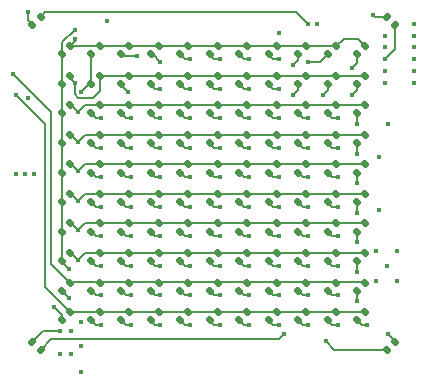
<source format=gbr>
%TF.GenerationSoftware,KiCad,Pcbnew,7.0.8*%
%TF.CreationDate,2023-11-09T10:40:38+10:00*%
%TF.ProjectId,LEDBoard,4c454442-6f61-4726-942e-6b696361645f,rev?*%
%TF.SameCoordinates,Original*%
%TF.FileFunction,Copper,L1,Top*%
%TF.FilePolarity,Positive*%
%FSLAX46Y46*%
G04 Gerber Fmt 4.6, Leading zero omitted, Abs format (unit mm)*
G04 Created by KiCad (PCBNEW 7.0.8) date 2023-11-09 10:40:38*
%MOMM*%
%LPD*%
G01*
G04 APERTURE LIST*
G04 Aperture macros list*
%AMRoundRect*
0 Rectangle with rounded corners*
0 $1 Rounding radius*
0 $2 $3 $4 $5 $6 $7 $8 $9 X,Y pos of 4 corners*
0 Add a 4 corners polygon primitive as box body*
4,1,4,$2,$3,$4,$5,$6,$7,$8,$9,$2,$3,0*
0 Add four circle primitives for the rounded corners*
1,1,$1+$1,$2,$3*
1,1,$1+$1,$4,$5*
1,1,$1+$1,$6,$7*
1,1,$1+$1,$8,$9*
0 Add four rect primitives between the rounded corners*
20,1,$1+$1,$2,$3,$4,$5,0*
20,1,$1+$1,$4,$5,$6,$7,0*
20,1,$1+$1,$6,$7,$8,$9,0*
20,1,$1+$1,$8,$9,$2,$3,0*%
G04 Aperture macros list end*
%TA.AperFunction,SMDPad,CuDef*%
%ADD10RoundRect,0.147500X0.017678X-0.226274X0.226274X-0.017678X-0.017678X0.226274X-0.226274X0.017678X0*%
%TD*%
%TA.AperFunction,SMDPad,CuDef*%
%ADD11RoundRect,0.147500X0.226274X0.017678X0.017678X0.226274X-0.226274X-0.017678X-0.017678X-0.226274X0*%
%TD*%
%TA.AperFunction,SMDPad,CuDef*%
%ADD12RoundRect,0.147500X-0.226274X-0.017678X-0.017678X-0.226274X0.226274X0.017678X0.017678X0.226274X0*%
%TD*%
%TA.AperFunction,SMDPad,CuDef*%
%ADD13RoundRect,0.147500X-0.017678X0.226274X-0.226274X0.017678X0.017678X-0.226274X0.226274X-0.017678X0*%
%TD*%
%TA.AperFunction,ViaPad*%
%ADD14C,0.450000*%
%TD*%
%TA.AperFunction,Conductor*%
%ADD15C,0.200000*%
%TD*%
G04 APERTURE END LIST*
D10*
%TO.P,D47,1,K*%
%TO.N,/LED Array/COL9*%
X27157053Y-14092947D03*
%TO.P,D47,2,A*%
%TO.N,/LED Array/ROW3*%
X27842947Y-13407053D03*
%TD*%
%TO.P,D108,1,K*%
%TO.N,/LED Array/COL4*%
X14657053Y-29092947D03*
%TO.P,D108,2,A*%
%TO.N,/LED Array/ROW9*%
X15342947Y-28407053D03*
%TD*%
%TO.P,D20,1,K*%
%TO.N,/LED Array/COL4*%
X14657053Y-9092947D03*
%TO.P,D20,2,A*%
%TO.N,/LED Array/ROW1*%
X15342947Y-8407053D03*
%TD*%
%TO.P,D62,1,K*%
%TO.N,/LED Array/COL2*%
X9657053Y-19092947D03*
%TO.P,D62,2,A*%
%TO.N,/LED Array/ROW5*%
X10342947Y-18407053D03*
%TD*%
%TO.P,D10,1,K*%
%TO.N,/LED Array/COL5*%
X17157053Y-6592947D03*
%TO.P,D10,2,A*%
%TO.N,/LED Array/ROW0*%
X17842947Y-5907053D03*
%TD*%
%TO.P,D73,1,K*%
%TO.N,/LED Array/COL2*%
X9657053Y-21592947D03*
%TO.P,D73,2,A*%
%TO.N,/LED Array/ROW6*%
X10342947Y-20907053D03*
%TD*%
%TO.P,D23,1,K*%
%TO.N,/LED Array/COL7*%
X22157053Y-9092947D03*
%TO.P,D23,2,A*%
%TO.N,/LED Array/ROW1*%
X22842947Y-8407053D03*
%TD*%
%TO.P,D12,1,K*%
%TO.N,/LED Array/COL7*%
X22157053Y-6592947D03*
%TO.P,D12,2,A*%
%TO.N,/LED Array/ROW0*%
X22842947Y-5907053D03*
%TD*%
%TO.P,D111,1,K*%
%TO.N,/LED Array/COL7*%
X22157053Y-29092947D03*
%TO.P,D111,2,A*%
%TO.N,/LED Array/ROW9*%
X22842947Y-28407053D03*
%TD*%
%TO.P,D56,1,K*%
%TO.N,/LED Array/COL7*%
X22157053Y-16592947D03*
%TO.P,D56,2,A*%
%TO.N,/LED Array/ROW4*%
X22842947Y-15907053D03*
%TD*%
%TO.P,D112,1,K*%
%TO.N,/LED Array/COL8*%
X24657053Y-29092947D03*
%TO.P,D112,2,A*%
%TO.N,/LED Array/ROW9*%
X25342947Y-28407053D03*
%TD*%
%TO.P,D88,1,K*%
%TO.N,/LED Array/COL6*%
X19657053Y-24092947D03*
%TO.P,D88,2,A*%
%TO.N,/LED Array/ROW7*%
X20342947Y-23407053D03*
%TD*%
%TO.P,D100,1,K*%
%TO.N,/LED Array/COL7*%
X22157053Y-26592947D03*
%TO.P,D100,2,A*%
%TO.N,/LED Array/ROW8*%
X22842947Y-25907053D03*
%TD*%
%TO.P,D1,1,K*%
%TO.N,-BATT*%
X2157053Y-4092947D03*
%TO.P,D1,2,A*%
%TO.N,/LED0*%
X2842947Y-3407053D03*
%TD*%
%TO.P,D55,1,K*%
%TO.N,/LED Array/COL6*%
X19657053Y-16592947D03*
%TO.P,D55,2,A*%
%TO.N,/LED Array/ROW4*%
X20342947Y-15907053D03*
%TD*%
%TO.P,D114,1,K*%
%TO.N,/LED Array/COL10*%
X29657053Y-29092947D03*
%TO.P,D114,2,A*%
%TO.N,/LED Array/ROW9*%
X30342947Y-28407053D03*
%TD*%
%TO.P,D80,1,K*%
%TO.N,/LED Array/COL9*%
X27157053Y-21592947D03*
%TO.P,D80,2,A*%
%TO.N,/LED Array/ROW6*%
X27842947Y-20907053D03*
%TD*%
%TO.P,D66,1,K*%
%TO.N,/LED Array/COL6*%
X19657053Y-19092947D03*
%TO.P,D66,2,A*%
%TO.N,/LED Array/ROW5*%
X20342947Y-18407053D03*
%TD*%
%TO.P,D69,1,K*%
%TO.N,/LED Array/COL9*%
X27157053Y-19092947D03*
%TO.P,D69,2,A*%
%TO.N,/LED Array/ROW5*%
X27842947Y-18407053D03*
%TD*%
%TO.P,D39,1,K*%
%TO.N,/LED Array/COL1*%
X7157053Y-14092947D03*
%TO.P,D39,2,A*%
%TO.N,/LED Array/ROW3*%
X7842947Y-13407053D03*
%TD*%
%TO.P,D72,1,K*%
%TO.N,/LED Array/COL1*%
X7157053Y-21592947D03*
%TO.P,D72,2,A*%
%TO.N,/LED Array/ROW6*%
X7842947Y-20907053D03*
%TD*%
%TO.P,D57,1,K*%
%TO.N,/LED Array/COL8*%
X24657053Y-16592947D03*
%TO.P,D57,2,A*%
%TO.N,/LED Array/ROW4*%
X25342947Y-15907053D03*
%TD*%
%TO.P,D60,1,K*%
%TO.N,/LED Array/COL0*%
X4657053Y-19092947D03*
%TO.P,D60,2,A*%
%TO.N,/LED Array/ROW5*%
X5342947Y-18407053D03*
%TD*%
%TO.P,D17,1,K*%
%TO.N,/LED Array/COL1*%
X7157053Y-9092947D03*
%TO.P,D17,2,A*%
%TO.N,/LED Array/ROW1*%
X7842947Y-8407053D03*
%TD*%
%TO.P,D75,1,K*%
%TO.N,/LED Array/COL4*%
X14657053Y-21592947D03*
%TO.P,D75,2,A*%
%TO.N,/LED Array/ROW6*%
X15342947Y-20907053D03*
%TD*%
%TO.P,D33,1,K*%
%TO.N,/LED Array/COL6*%
X19657053Y-11592947D03*
%TO.P,D33,2,A*%
%TO.N,/LED Array/ROW2*%
X20342947Y-10907053D03*
%TD*%
%TO.P,D35,1,K*%
%TO.N,/LED Array/COL8*%
X24657053Y-11592947D03*
%TO.P,D35,2,A*%
%TO.N,/LED Array/ROW2*%
X25342947Y-10907053D03*
%TD*%
%TO.P,D52,1,K*%
%TO.N,/LED Array/COL3*%
X12157053Y-16592947D03*
%TO.P,D52,2,A*%
%TO.N,/LED Array/ROW4*%
X12842947Y-15907053D03*
%TD*%
%TO.P,D54,1,K*%
%TO.N,/LED Array/COL5*%
X17157053Y-16592947D03*
%TO.P,D54,2,A*%
%TO.N,/LED Array/ROW4*%
X17842947Y-15907053D03*
%TD*%
%TO.P,D13,1,K*%
%TO.N,/LED Array/COL8*%
X24657053Y-6592947D03*
%TO.P,D13,2,A*%
%TO.N,/LED Array/ROW0*%
X25342947Y-5907053D03*
%TD*%
%TO.P,D15,1,K*%
%TO.N,/LED Array/COL10*%
X29657053Y-6592947D03*
%TO.P,D15,2,A*%
%TO.N,/LED Array/ROW0*%
X30342947Y-5907053D03*
%TD*%
%TO.P,D96,1,K*%
%TO.N,/LED Array/COL3*%
X12157053Y-26592947D03*
%TO.P,D96,2,A*%
%TO.N,/LED Array/ROW8*%
X12842947Y-25907053D03*
%TD*%
%TO.P,D109,1,K*%
%TO.N,/LED Array/COL5*%
X17157053Y-29092947D03*
%TO.P,D109,2,A*%
%TO.N,/LED Array/ROW9*%
X17842947Y-28407053D03*
%TD*%
%TO.P,D65,1,K*%
%TO.N,/LED Array/COL5*%
X17157053Y-19092947D03*
%TO.P,D65,2,A*%
%TO.N,/LED Array/ROW5*%
X17842947Y-18407053D03*
%TD*%
%TO.P,D18,1,K*%
%TO.N,/LED Array/COL2*%
X9657053Y-9092947D03*
%TO.P,D18,2,A*%
%TO.N,/LED Array/ROW1*%
X10342947Y-8407053D03*
%TD*%
%TO.P,D40,1,K*%
%TO.N,/LED Array/COL2*%
X9657053Y-14092947D03*
%TO.P,D40,2,A*%
%TO.N,/LED Array/ROW3*%
X10342947Y-13407053D03*
%TD*%
%TO.P,D101,1,K*%
%TO.N,/LED Array/COL8*%
X24657053Y-26592947D03*
%TO.P,D101,2,A*%
%TO.N,/LED Array/ROW8*%
X25342947Y-25907053D03*
%TD*%
%TO.P,D84,1,K*%
%TO.N,/LED Array/COL2*%
X9657053Y-24092947D03*
%TO.P,D84,2,A*%
%TO.N,/LED Array/ROW7*%
X10342947Y-23407053D03*
%TD*%
%TO.P,D7,1,K*%
%TO.N,/LED Array/COL2*%
X9657053Y-6592947D03*
%TO.P,D7,2,A*%
%TO.N,/LED Array/ROW0*%
X10342947Y-5907053D03*
%TD*%
%TO.P,D29,1,K*%
%TO.N,/LED Array/COL2*%
X9657053Y-11592947D03*
%TO.P,D29,2,A*%
%TO.N,/LED Array/ROW2*%
X10342947Y-10907053D03*
%TD*%
%TO.P,D27,1,K*%
%TO.N,/LED Array/COL0*%
X4657053Y-11592947D03*
%TO.P,D27,2,A*%
%TO.N,/LED Array/ROW2*%
X5342947Y-10907053D03*
%TD*%
%TO.P,D113,1,K*%
%TO.N,/LED Array/COL9*%
X27157053Y-29092947D03*
%TO.P,D113,2,A*%
%TO.N,/LED Array/ROW9*%
X27842947Y-28407053D03*
%TD*%
D11*
%TO.P,D2,1,K*%
%TO.N,-BATT*%
X32842947Y-4092947D03*
%TO.P,D2,2,A*%
%TO.N,/LED1*%
X32157053Y-3407053D03*
%TD*%
D10*
%TO.P,D95,1,K*%
%TO.N,/LED Array/COL2*%
X9657053Y-26592947D03*
%TO.P,D95,2,A*%
%TO.N,/LED Array/ROW8*%
X10342947Y-25907053D03*
%TD*%
%TO.P,D103,1,K*%
%TO.N,/LED Array/COL10*%
X29657053Y-26592947D03*
%TO.P,D103,2,A*%
%TO.N,/LED Array/ROW8*%
X30342947Y-25907053D03*
%TD*%
%TO.P,D78,1,K*%
%TO.N,/LED Array/COL7*%
X22157053Y-21592947D03*
%TO.P,D78,2,A*%
%TO.N,/LED Array/ROW6*%
X22842947Y-20907053D03*
%TD*%
%TO.P,D36,1,K*%
%TO.N,/LED Array/COL9*%
X27157053Y-11592947D03*
%TO.P,D36,2,A*%
%TO.N,/LED Array/ROW2*%
X27842947Y-10907053D03*
%TD*%
%TO.P,D31,1,K*%
%TO.N,/LED Array/COL4*%
X14657053Y-11592947D03*
%TO.P,D31,2,A*%
%TO.N,/LED Array/ROW2*%
X15342947Y-10907053D03*
%TD*%
%TO.P,D24,1,K*%
%TO.N,/LED Array/COL8*%
X24657053Y-9092947D03*
%TO.P,D24,2,A*%
%TO.N,/LED Array/ROW1*%
X25342947Y-8407053D03*
%TD*%
%TO.P,D25,1,K*%
%TO.N,/LED Array/COL9*%
X27157053Y-9092947D03*
%TO.P,D25,2,A*%
%TO.N,/LED Array/ROW1*%
X27842947Y-8407053D03*
%TD*%
%TO.P,D99,1,K*%
%TO.N,/LED Array/COL6*%
X19657053Y-26592947D03*
%TO.P,D99,2,A*%
%TO.N,/LED Array/ROW8*%
X20342947Y-25907053D03*
%TD*%
%TO.P,D49,1,K*%
%TO.N,/LED Array/COL0*%
X4657053Y-16592947D03*
%TO.P,D49,2,A*%
%TO.N,/LED Array/ROW4*%
X5342947Y-15907053D03*
%TD*%
D12*
%TO.P,D3,1,K*%
%TO.N,-BATT*%
X2157053Y-30907053D03*
%TO.P,D3,2,A*%
%TO.N,/LED2*%
X2842947Y-31592947D03*
%TD*%
D10*
%TO.P,D105,1,K*%
%TO.N,/LED Array/COL1*%
X7157053Y-29092947D03*
%TO.P,D105,2,A*%
%TO.N,/LED Array/ROW9*%
X7842947Y-28407053D03*
%TD*%
%TO.P,D93,1,K*%
%TO.N,/LED Array/COL0*%
X4657053Y-26592947D03*
%TO.P,D93,2,A*%
%TO.N,/LED Array/ROW8*%
X5342947Y-25907053D03*
%TD*%
%TO.P,D46,1,K*%
%TO.N,/LED Array/COL8*%
X24657053Y-14092947D03*
%TO.P,D46,2,A*%
%TO.N,/LED Array/ROW3*%
X25342947Y-13407053D03*
%TD*%
%TO.P,D51,1,K*%
%TO.N,/LED Array/COL2*%
X9657053Y-16592947D03*
%TO.P,D51,2,A*%
%TO.N,/LED Array/ROW4*%
X10342947Y-15907053D03*
%TD*%
%TO.P,D79,1,K*%
%TO.N,/LED Array/COL8*%
X24657053Y-21592947D03*
%TO.P,D79,2,A*%
%TO.N,/LED Array/ROW6*%
X25342947Y-20907053D03*
%TD*%
%TO.P,D53,1,K*%
%TO.N,/LED Array/COL4*%
X14657053Y-16592947D03*
%TO.P,D53,2,A*%
%TO.N,/LED Array/ROW4*%
X15342947Y-15907053D03*
%TD*%
%TO.P,D6,1,K*%
%TO.N,/LED Array/COL1*%
X7157053Y-6592947D03*
%TO.P,D6,2,A*%
%TO.N,/LED Array/ROW0*%
X7842947Y-5907053D03*
%TD*%
%TO.P,D106,1,K*%
%TO.N,/LED Array/COL2*%
X9657053Y-29092947D03*
%TO.P,D106,2,A*%
%TO.N,/LED Array/ROW9*%
X10342947Y-28407053D03*
%TD*%
%TO.P,D82,1,K*%
%TO.N,/LED Array/COL0*%
X4657053Y-24092947D03*
%TO.P,D82,2,A*%
%TO.N,/LED Array/ROW7*%
X5342947Y-23407053D03*
%TD*%
%TO.P,D16,1,K*%
%TO.N,/LED Array/COL0*%
X4657053Y-9092947D03*
%TO.P,D16,2,A*%
%TO.N,/LED Array/ROW1*%
X5342947Y-8407053D03*
%TD*%
%TO.P,D68,1,K*%
%TO.N,/LED Array/COL8*%
X24657053Y-19092947D03*
%TO.P,D68,2,A*%
%TO.N,/LED Array/ROW5*%
X25342947Y-18407053D03*
%TD*%
%TO.P,D107,1,K*%
%TO.N,/LED Array/COL3*%
X12157053Y-29092947D03*
%TO.P,D107,2,A*%
%TO.N,/LED Array/ROW9*%
X12842947Y-28407053D03*
%TD*%
%TO.P,D34,1,K*%
%TO.N,/LED Array/COL7*%
X22157053Y-11592947D03*
%TO.P,D34,2,A*%
%TO.N,/LED Array/ROW2*%
X22842947Y-10907053D03*
%TD*%
%TO.P,D85,1,K*%
%TO.N,/LED Array/COL3*%
X12157053Y-24092947D03*
%TO.P,D85,2,A*%
%TO.N,/LED Array/ROW7*%
X12842947Y-23407053D03*
%TD*%
%TO.P,D8,1,K*%
%TO.N,/LED Array/COL3*%
X12157053Y-6592947D03*
%TO.P,D8,2,A*%
%TO.N,/LED Array/ROW0*%
X12842947Y-5907053D03*
%TD*%
%TO.P,D70,1,K*%
%TO.N,/LED Array/COL10*%
X29657053Y-19092947D03*
%TO.P,D70,2,A*%
%TO.N,/LED Array/ROW5*%
X30342947Y-18407053D03*
%TD*%
%TO.P,D21,1,K*%
%TO.N,/LED Array/COL5*%
X17157053Y-9092947D03*
%TO.P,D21,2,A*%
%TO.N,/LED Array/ROW1*%
X17842947Y-8407053D03*
%TD*%
%TO.P,D44,1,K*%
%TO.N,/LED Array/COL6*%
X19657053Y-14092947D03*
%TO.P,D44,2,A*%
%TO.N,/LED Array/ROW3*%
X20342947Y-13407053D03*
%TD*%
%TO.P,D92,1,K*%
%TO.N,/LED Array/COL10*%
X29657053Y-24092947D03*
%TO.P,D92,2,A*%
%TO.N,/LED Array/ROW7*%
X30342947Y-23407053D03*
%TD*%
%TO.P,D41,1,K*%
%TO.N,/LED Array/COL3*%
X12157053Y-14092947D03*
%TO.P,D41,2,A*%
%TO.N,/LED Array/ROW3*%
X12842947Y-13407053D03*
%TD*%
%TO.P,D91,1,K*%
%TO.N,/LED Array/COL9*%
X27157053Y-24092947D03*
%TO.P,D91,2,A*%
%TO.N,/LED Array/ROW7*%
X27842947Y-23407053D03*
%TD*%
%TO.P,D45,1,K*%
%TO.N,/LED Array/COL7*%
X22157053Y-14092947D03*
%TO.P,D45,2,A*%
%TO.N,/LED Array/ROW3*%
X22842947Y-13407053D03*
%TD*%
%TO.P,D11,1,K*%
%TO.N,/LED Array/COL6*%
X19657053Y-6592947D03*
%TO.P,D11,2,A*%
%TO.N,/LED Array/ROW0*%
X20342947Y-5907053D03*
%TD*%
%TO.P,D77,1,K*%
%TO.N,/LED Array/COL6*%
X19657053Y-21592947D03*
%TO.P,D77,2,A*%
%TO.N,/LED Array/ROW6*%
X20342947Y-20907053D03*
%TD*%
%TO.P,D83,1,K*%
%TO.N,/LED Array/COL1*%
X7157053Y-24092947D03*
%TO.P,D83,2,A*%
%TO.N,/LED Array/ROW7*%
X7842947Y-23407053D03*
%TD*%
%TO.P,D87,1,K*%
%TO.N,/LED Array/COL5*%
X17157053Y-24092947D03*
%TO.P,D87,2,A*%
%TO.N,/LED Array/ROW7*%
X17842947Y-23407053D03*
%TD*%
%TO.P,D89,1,K*%
%TO.N,/LED Array/COL7*%
X22157053Y-24092947D03*
%TO.P,D89,2,A*%
%TO.N,/LED Array/ROW7*%
X22842947Y-23407053D03*
%TD*%
D13*
%TO.P,D4,1,K*%
%TO.N,-BATT*%
X32842947Y-30907053D03*
%TO.P,D4,2,A*%
%TO.N,/LED3*%
X32157053Y-31592947D03*
%TD*%
D10*
%TO.P,D9,1,K*%
%TO.N,/LED Array/COL4*%
X14657053Y-6592947D03*
%TO.P,D9,2,A*%
%TO.N,/LED Array/ROW0*%
X15342947Y-5907053D03*
%TD*%
%TO.P,D76,1,K*%
%TO.N,/LED Array/COL5*%
X17157053Y-21592947D03*
%TO.P,D76,2,A*%
%TO.N,/LED Array/ROW6*%
X17842947Y-20907053D03*
%TD*%
%TO.P,D50,1,K*%
%TO.N,/LED Array/COL1*%
X7157053Y-16592947D03*
%TO.P,D50,2,A*%
%TO.N,/LED Array/ROW4*%
X7842947Y-15907053D03*
%TD*%
%TO.P,D48,1,K*%
%TO.N,/LED Array/COL10*%
X29657053Y-14092947D03*
%TO.P,D48,2,A*%
%TO.N,/LED Array/ROW3*%
X30342947Y-13407053D03*
%TD*%
%TO.P,D74,1,K*%
%TO.N,/LED Array/COL3*%
X12157053Y-21592947D03*
%TO.P,D74,2,A*%
%TO.N,/LED Array/ROW6*%
X12842947Y-20907053D03*
%TD*%
%TO.P,D30,1,K*%
%TO.N,/LED Array/COL3*%
X12157053Y-11592947D03*
%TO.P,D30,2,A*%
%TO.N,/LED Array/ROW2*%
X12842947Y-10907053D03*
%TD*%
%TO.P,D14,1,K*%
%TO.N,/LED Array/COL9*%
X27157053Y-6592947D03*
%TO.P,D14,2,A*%
%TO.N,/LED Array/ROW0*%
X27842947Y-5907053D03*
%TD*%
%TO.P,D59,1,K*%
%TO.N,/LED Array/COL10*%
X29657053Y-16592947D03*
%TO.P,D59,2,A*%
%TO.N,/LED Array/ROW4*%
X30342947Y-15907053D03*
%TD*%
%TO.P,D19,1,K*%
%TO.N,/LED Array/COL3*%
X12157053Y-9092947D03*
%TO.P,D19,2,A*%
%TO.N,/LED Array/ROW1*%
X12842947Y-8407053D03*
%TD*%
%TO.P,D90,1,K*%
%TO.N,/LED Array/COL8*%
X24657053Y-24092947D03*
%TO.P,D90,2,A*%
%TO.N,/LED Array/ROW7*%
X25342947Y-23407053D03*
%TD*%
%TO.P,D43,1,K*%
%TO.N,/LED Array/COL5*%
X17157053Y-14092947D03*
%TO.P,D43,2,A*%
%TO.N,/LED Array/ROW3*%
X17842947Y-13407053D03*
%TD*%
%TO.P,D104,1,K*%
%TO.N,/LED Array/COL0*%
X4657053Y-29092947D03*
%TO.P,D104,2,A*%
%TO.N,/LED Array/ROW9*%
X5342947Y-28407053D03*
%TD*%
%TO.P,D61,1,K*%
%TO.N,/LED Array/COL1*%
X7157053Y-19092947D03*
%TO.P,D61,2,A*%
%TO.N,/LED Array/ROW5*%
X7842947Y-18407053D03*
%TD*%
%TO.P,D71,1,K*%
%TO.N,/LED Array/COL0*%
X4657053Y-21592947D03*
%TO.P,D71,2,A*%
%TO.N,/LED Array/ROW6*%
X5342947Y-20907053D03*
%TD*%
%TO.P,D32,1,K*%
%TO.N,/LED Array/COL5*%
X17157053Y-11592947D03*
%TO.P,D32,2,A*%
%TO.N,/LED Array/ROW2*%
X17842947Y-10907053D03*
%TD*%
%TO.P,D28,1,K*%
%TO.N,/LED Array/COL1*%
X7157053Y-11592947D03*
%TO.P,D28,2,A*%
%TO.N,/LED Array/ROW2*%
X7842947Y-10907053D03*
%TD*%
%TO.P,D63,1,K*%
%TO.N,/LED Array/COL3*%
X12157053Y-19092947D03*
%TO.P,D63,2,A*%
%TO.N,/LED Array/ROW5*%
X12842947Y-18407053D03*
%TD*%
%TO.P,D26,1,K*%
%TO.N,/LED Array/COL10*%
X29657053Y-9092947D03*
%TO.P,D26,2,A*%
%TO.N,/LED Array/ROW1*%
X30342947Y-8407053D03*
%TD*%
%TO.P,D22,1,K*%
%TO.N,/LED Array/COL6*%
X19657053Y-9092947D03*
%TO.P,D22,2,A*%
%TO.N,/LED Array/ROW1*%
X20342947Y-8407053D03*
%TD*%
%TO.P,D37,1,K*%
%TO.N,/LED Array/COL10*%
X29657053Y-11592947D03*
%TO.P,D37,2,A*%
%TO.N,/LED Array/ROW2*%
X30342947Y-10907053D03*
%TD*%
%TO.P,D97,1,K*%
%TO.N,/LED Array/COL4*%
X14657053Y-26592947D03*
%TO.P,D97,2,A*%
%TO.N,/LED Array/ROW8*%
X15342947Y-25907053D03*
%TD*%
%TO.P,D38,1,K*%
%TO.N,/LED Array/COL0*%
X4657053Y-14092947D03*
%TO.P,D38,2,A*%
%TO.N,/LED Array/ROW3*%
X5342947Y-13407053D03*
%TD*%
%TO.P,D67,1,K*%
%TO.N,/LED Array/COL7*%
X22157053Y-19092947D03*
%TO.P,D67,2,A*%
%TO.N,/LED Array/ROW5*%
X22842947Y-18407053D03*
%TD*%
%TO.P,D58,1,K*%
%TO.N,/LED Array/COL9*%
X27157053Y-16592947D03*
%TO.P,D58,2,A*%
%TO.N,/LED Array/ROW4*%
X27842947Y-15907053D03*
%TD*%
%TO.P,D81,1,K*%
%TO.N,/LED Array/COL10*%
X29657053Y-21592947D03*
%TO.P,D81,2,A*%
%TO.N,/LED Array/ROW6*%
X30342947Y-20907053D03*
%TD*%
%TO.P,D102,1,K*%
%TO.N,/LED Array/COL9*%
X27157053Y-26592947D03*
%TO.P,D102,2,A*%
%TO.N,/LED Array/ROW8*%
X27842947Y-25907053D03*
%TD*%
%TO.P,D110,1,K*%
%TO.N,/LED Array/COL6*%
X19657053Y-29092947D03*
%TO.P,D110,2,A*%
%TO.N,/LED Array/ROW9*%
X20342947Y-28407053D03*
%TD*%
%TO.P,D98,1,K*%
%TO.N,/LED Array/COL5*%
X17157053Y-26592947D03*
%TO.P,D98,2,A*%
%TO.N,/LED Array/ROW8*%
X17842947Y-25907053D03*
%TD*%
%TO.P,D42,1,K*%
%TO.N,/LED Array/COL4*%
X14657053Y-14092947D03*
%TO.P,D42,2,A*%
%TO.N,/LED Array/ROW3*%
X15342947Y-13407053D03*
%TD*%
%TO.P,D5,1,K*%
%TO.N,/LED Array/COL0*%
X4657053Y-6592947D03*
%TO.P,D5,2,A*%
%TO.N,/LED Array/ROW0*%
X5342947Y-5907053D03*
%TD*%
%TO.P,D64,1,K*%
%TO.N,/LED Array/COL4*%
X14657053Y-19092947D03*
%TO.P,D64,2,A*%
%TO.N,/LED Array/ROW5*%
X15342947Y-18407053D03*
%TD*%
%TO.P,D86,1,K*%
%TO.N,/LED Array/COL4*%
X14657053Y-24092947D03*
%TO.P,D86,2,A*%
%TO.N,/LED Array/ROW7*%
X15342947Y-23407053D03*
%TD*%
%TO.P,D94,1,K*%
%TO.N,/LED Array/COL1*%
X7157053Y-26592947D03*
%TO.P,D94,2,A*%
%TO.N,/LED Array/ROW8*%
X7842947Y-25907053D03*
%TD*%
D14*
%TO.N,-BATT*%
X32000000Y-8000000D03*
X5400000Y-30000000D03*
X1750000Y-10250000D03*
X32150000Y-24500000D03*
X750000Y-16750000D03*
X32000000Y-9000000D03*
X33000000Y-23250000D03*
X33000000Y-25750000D03*
X2250000Y-16750000D03*
X8500000Y-3750000D03*
X31250000Y-25750000D03*
X32000000Y-7000000D03*
X6250000Y-29250000D03*
X31250000Y-23250000D03*
X34500000Y-8000000D03*
X4500000Y-30000000D03*
X34500000Y-9000000D03*
X31500000Y-19750000D03*
X26250000Y-4000000D03*
X6250000Y-33500000D03*
X31500000Y-15250000D03*
X1500000Y-16750000D03*
X1750000Y-3000000D03*
X32250000Y-30250000D03*
X34500000Y-7000000D03*
%TO.N,/LED0*%
X25500000Y-4000000D03*
%TO.N,/LED1*%
X31000000Y-3250000D03*
%TO.N,/LED2*%
X23500000Y-30250000D03*
%TO.N,/LED3*%
X27000000Y-30900000D03*
%TO.N,/LED Array/COL0*%
X4000000Y-28000000D03*
X5250000Y-24750000D03*
X5250000Y-27250000D03*
X5750000Y-4500000D03*
%TO.N,/LED Array/ROW0*%
X5750000Y-5250000D03*
%TO.N,/LED Array/COL1*%
X8000000Y-27000000D03*
X8000000Y-14500000D03*
X8000000Y-22000000D03*
X8000000Y-29500000D03*
X6250000Y-9750000D03*
X8000000Y-17000000D03*
X8000000Y-24500000D03*
X8000000Y-19500000D03*
X8000000Y-12000000D03*
%TO.N,/LED Array/COL2*%
X10500000Y-17000000D03*
X10500000Y-24500000D03*
X10250000Y-9750000D03*
X10500000Y-22000000D03*
X10500000Y-27000000D03*
X10500000Y-14500000D03*
X10500000Y-12000000D03*
X10500000Y-29500000D03*
X11000000Y-6750000D03*
X10500000Y-19500000D03*
%TO.N,/LED Array/COL3*%
X13000000Y-27000000D03*
X13000000Y-29500000D03*
X13000000Y-14500000D03*
X13000000Y-12000000D03*
X13000000Y-19500000D03*
X13000000Y-22000000D03*
X13000000Y-17000000D03*
X13000000Y-7250000D03*
X13000000Y-9500000D03*
X13000000Y-24500000D03*
%TO.N,/LED Array/COL4*%
X15500000Y-27000000D03*
X15500000Y-29500000D03*
X15500000Y-19500000D03*
X15500000Y-7000000D03*
X15500000Y-12000000D03*
X15500000Y-24500000D03*
X15500000Y-17000000D03*
X15500000Y-9500000D03*
X15500000Y-22000000D03*
X15500000Y-14500000D03*
%TO.N,/LED Array/COL5*%
X18000000Y-19500000D03*
X18000000Y-29500000D03*
X18000000Y-22000000D03*
X18000000Y-7000000D03*
X18000000Y-24500000D03*
X18000000Y-17000000D03*
X18000000Y-14500000D03*
X18000000Y-12000000D03*
X18000000Y-9500000D03*
X18000000Y-27000000D03*
%TO.N,/LED Array/COL6*%
X20500000Y-27000000D03*
X20500000Y-29500000D03*
X20500000Y-9500000D03*
X20500000Y-7000000D03*
X20500000Y-24500000D03*
X20500000Y-19500000D03*
X20500000Y-14500000D03*
X20500000Y-17000000D03*
X20500000Y-22000000D03*
X20500000Y-12000000D03*
%TO.N,/LED Array/COL7*%
X23000000Y-19500000D03*
X23000000Y-14500000D03*
X23000000Y-24500000D03*
X23000000Y-7000000D03*
X23000000Y-27000000D03*
X23000000Y-9500000D03*
X23000000Y-22000000D03*
X23000000Y-12000000D03*
X23000000Y-29500000D03*
X23000000Y-17000000D03*
%TO.N,/LED Array/COL8*%
X25500000Y-29500000D03*
X25500000Y-12000000D03*
X25500000Y-27000000D03*
X25500000Y-22000000D03*
X25500000Y-17000000D03*
X24250000Y-10000000D03*
X25500000Y-24500000D03*
X24250000Y-7500000D03*
X25500000Y-19500000D03*
X25500000Y-14500000D03*
%TO.N,/LED Array/COL9*%
X28000000Y-17000000D03*
X28000000Y-22000000D03*
X28000000Y-24500000D03*
X28000000Y-27000000D03*
X28000000Y-14500000D03*
X28000000Y-19500000D03*
X28000000Y-29500000D03*
X25500000Y-7250000D03*
X26750000Y-10000000D03*
X28000000Y-12000000D03*
%TO.N,/LED Array/COL10*%
X29657053Y-25000000D03*
X29657053Y-12500000D03*
X23000000Y-4750000D03*
X29657053Y-15000000D03*
X30500000Y-29500000D03*
X29657053Y-22500000D03*
X29657053Y-27500000D03*
X29250000Y-7750000D03*
X29657053Y-17500000D03*
X29657053Y-20000000D03*
X29250000Y-10000000D03*
%TO.N,/LED Array/ROW1*%
X5750000Y-9000000D03*
%TO.N,/LED Array/ROW2*%
X6000000Y-11500000D03*
%TO.N,/LED Array/ROW3*%
X6000000Y-14000000D03*
%TO.N,/LED Array/ROW4*%
X6000000Y-16500000D03*
%TO.N,/LED Array/ROW5*%
X6000000Y-19000000D03*
%TO.N,/LED Array/ROW6*%
X6000000Y-21500000D03*
%TO.N,/LED Array/ROW7*%
X6000000Y-24000000D03*
%TO.N,/LED Array/ROW8*%
X500000Y-8250000D03*
%TO.N,/LED Array/ROW9*%
X750000Y-10000000D03*
%TO.N,+BATT*%
X34500000Y-4000000D03*
X32000000Y-5000000D03*
X32000000Y-6000000D03*
X6250000Y-31250000D03*
X4500000Y-32000000D03*
X34500000Y-5000000D03*
X32250000Y-12500000D03*
X5400000Y-32000000D03*
X34500000Y-6000000D03*
%TD*%
D15*
%TO.N,/LED Array/COL0*%
X4657053Y-5571213D02*
X4657053Y-6592947D01*
X5728266Y-4500000D02*
X4657053Y-5571213D01*
X5750000Y-4500000D02*
X5728266Y-4500000D01*
%TO.N,/LED Array/ROW0*%
X5750000Y-5250000D02*
X5750000Y-5500000D01*
X5750000Y-5500000D02*
X5342947Y-5907053D01*
%TO.N,/LED2*%
X23050000Y-30700000D02*
X3735894Y-30700000D01*
X23500000Y-30250000D02*
X23050000Y-30700000D01*
X3735894Y-30700000D02*
X2842947Y-31592947D01*
%TO.N,/LED3*%
X27000000Y-30900000D02*
X27692947Y-31592947D01*
X27692947Y-31592947D02*
X32157053Y-31592947D01*
%TO.N,/LED1*%
X32157053Y-3407053D02*
X31157053Y-3407053D01*
X31157053Y-3407053D02*
X31000000Y-3250000D01*
%TO.N,-BATT*%
X32842947Y-30842947D02*
X32250000Y-30250000D01*
X32842947Y-30907053D02*
X32842947Y-30842947D01*
%TO.N,/LED Array/COL10*%
X29657053Y-26592947D02*
X29657053Y-27500000D01*
X29657053Y-24092947D02*
X29657053Y-25000000D01*
X29657053Y-21592947D02*
X29657053Y-22500000D01*
X29657053Y-19092947D02*
X29657053Y-20000000D01*
X29657053Y-16592947D02*
X29657053Y-17500000D01*
X29657053Y-14092947D02*
X29657053Y-15000000D01*
X29657053Y-11592947D02*
X29657053Y-12500000D01*
X30064106Y-29500000D02*
X29657053Y-29092947D01*
X30500000Y-29500000D02*
X30064106Y-29500000D01*
%TO.N,/LED Array/COL9*%
X27564106Y-29500000D02*
X27157053Y-29092947D01*
X28000000Y-29500000D02*
X27564106Y-29500000D01*
X27564106Y-27000000D02*
X27157053Y-26592947D01*
X28000000Y-27000000D02*
X27564106Y-27000000D01*
X27564106Y-24500000D02*
X27157053Y-24092947D01*
X28000000Y-24500000D02*
X27564106Y-24500000D01*
X27564106Y-22000000D02*
X27157053Y-21592947D01*
X28000000Y-22000000D02*
X27564106Y-22000000D01*
X27564106Y-19500000D02*
X27157053Y-19092947D01*
X28000000Y-19500000D02*
X27564106Y-19500000D01*
X27564106Y-17000000D02*
X27157053Y-16592947D01*
X28000000Y-17000000D02*
X27564106Y-17000000D01*
X27564106Y-14500000D02*
X27157053Y-14092947D01*
X28000000Y-14500000D02*
X27564106Y-14500000D01*
X27157053Y-11592947D02*
X27564106Y-12000000D01*
X27564106Y-12000000D02*
X28000000Y-12000000D01*
%TO.N,/LED Array/COL10*%
X29657053Y-9592947D02*
X29657053Y-9092947D01*
X29250000Y-10000000D02*
X29657053Y-9592947D01*
%TO.N,/LED Array/COL9*%
X27157053Y-9592947D02*
X27157053Y-9092947D01*
X26750000Y-10000000D02*
X27157053Y-9592947D01*
X25500000Y-7250000D02*
X26500000Y-7250000D01*
X26500000Y-7250000D02*
X27157053Y-6592947D01*
%TO.N,/LED Array/COL8*%
X24657053Y-9592947D02*
X24657053Y-9092947D01*
X24250000Y-10000000D02*
X24657053Y-9592947D01*
X24250000Y-7500000D02*
X24657053Y-7092947D01*
X24657053Y-7092947D02*
X24657053Y-6592947D01*
X25064106Y-29500000D02*
X24657053Y-29092947D01*
X25500000Y-29500000D02*
X25064106Y-29500000D01*
X25064106Y-27000000D02*
X24657053Y-26592947D01*
X25500000Y-27000000D02*
X25064106Y-27000000D01*
X25064106Y-24500000D02*
X24657053Y-24092947D01*
X25500000Y-24500000D02*
X25064106Y-24500000D01*
X25500000Y-22000000D02*
X25064106Y-22000000D01*
X25064106Y-22000000D02*
X24657053Y-21592947D01*
X25064106Y-19500000D02*
X24657053Y-19092947D01*
X25500000Y-19500000D02*
X25064106Y-19500000D01*
X25064106Y-17000000D02*
X24657053Y-16592947D01*
X25500000Y-17000000D02*
X25064106Y-17000000D01*
X25064106Y-14500000D02*
X25500000Y-14500000D01*
X24657053Y-14092947D02*
X25064106Y-14500000D01*
X25064106Y-12000000D02*
X25500000Y-12000000D01*
X24657053Y-11592947D02*
X25064106Y-12000000D01*
%TO.N,/LED Array/COL7*%
X22564106Y-29500000D02*
X22157053Y-29092947D01*
X23000000Y-29500000D02*
X22564106Y-29500000D01*
X22564106Y-27000000D02*
X22157053Y-26592947D01*
X23000000Y-27000000D02*
X22564106Y-27000000D01*
X22564106Y-24500000D02*
X22157053Y-24092947D01*
X23000000Y-24500000D02*
X22564106Y-24500000D01*
X22564106Y-22000000D02*
X22157053Y-21592947D01*
X23000000Y-22000000D02*
X22564106Y-22000000D01*
X22564106Y-19500000D02*
X22157053Y-19092947D01*
X23000000Y-19500000D02*
X22564106Y-19500000D01*
X22564106Y-17000000D02*
X22157053Y-16592947D01*
X23000000Y-17000000D02*
X22564106Y-17000000D01*
X22564106Y-14500000D02*
X22157053Y-14092947D01*
X23000000Y-14500000D02*
X22564106Y-14500000D01*
%TO.N,/LED Array/COL6*%
X20064106Y-17000000D02*
X19657053Y-16592947D01*
X20500000Y-17000000D02*
X20064106Y-17000000D01*
X20500000Y-19500000D02*
X20064106Y-19500000D01*
X20064106Y-19500000D02*
X19657053Y-19092947D01*
X20064106Y-22000000D02*
X19657053Y-21592947D01*
X20500000Y-22000000D02*
X20064106Y-22000000D01*
X20064106Y-24500000D02*
X19657053Y-24092947D01*
X20500000Y-24500000D02*
X20064106Y-24500000D01*
X20064106Y-27000000D02*
X19657053Y-26592947D01*
X20500000Y-27000000D02*
X20064106Y-27000000D01*
X20064106Y-29500000D02*
X19657053Y-29092947D01*
X20500000Y-29500000D02*
X20064106Y-29500000D01*
X20500000Y-14500000D02*
X20064106Y-14500000D01*
X20064106Y-14500000D02*
X19657053Y-14092947D01*
X20064106Y-12000000D02*
X19657053Y-11592947D01*
X20500000Y-12000000D02*
X20064106Y-12000000D01*
%TO.N,/LED Array/COL7*%
X23000000Y-9500000D02*
X22564106Y-9500000D01*
X22564106Y-9500000D02*
X22157053Y-9092947D01*
X22564106Y-7000000D02*
X22157053Y-6592947D01*
X23000000Y-7000000D02*
X22564106Y-7000000D01*
X22564106Y-12000000D02*
X22157053Y-11592947D01*
X23000000Y-12000000D02*
X22564106Y-12000000D01*
%TO.N,/LED Array/COL6*%
X20500000Y-7000000D02*
X20064106Y-7000000D01*
X20064106Y-7000000D02*
X19657053Y-6592947D01*
X20500000Y-9500000D02*
X20064106Y-9500000D01*
X20064106Y-9500000D02*
X19657053Y-9092947D01*
%TO.N,/LED Array/COL5*%
X18000000Y-9500000D02*
X17564106Y-9500000D01*
X17564106Y-9500000D02*
X17157053Y-9092947D01*
%TO.N,/LED Array/COL4*%
X15064106Y-9500000D02*
X14657053Y-9092947D01*
X15500000Y-9500000D02*
X15064106Y-9500000D01*
%TO.N,/LED Array/COL3*%
X12564106Y-9500000D02*
X12157053Y-9092947D01*
X13000000Y-9500000D02*
X12564106Y-9500000D01*
%TO.N,/LED Array/COL5*%
X17564106Y-29500000D02*
X17157053Y-29092947D01*
X18000000Y-29500000D02*
X17564106Y-29500000D01*
X17564106Y-27000000D02*
X17157053Y-26592947D01*
X18000000Y-27000000D02*
X17564106Y-27000000D01*
X18000000Y-24500000D02*
X17564106Y-24500000D01*
X17564106Y-24500000D02*
X17157053Y-24092947D01*
X17564106Y-22000000D02*
X17157053Y-21592947D01*
X18000000Y-22000000D02*
X17564106Y-22000000D01*
X17564106Y-19500000D02*
X17157053Y-19092947D01*
X18000000Y-19500000D02*
X17564106Y-19500000D01*
X17564106Y-17000000D02*
X17157053Y-16592947D01*
X18000000Y-17000000D02*
X17564106Y-17000000D01*
X17564106Y-14500000D02*
X17157053Y-14092947D01*
X18000000Y-14500000D02*
X17564106Y-14500000D01*
X17564106Y-12000000D02*
X17157053Y-11592947D01*
X18000000Y-12000000D02*
X17564106Y-12000000D01*
X18000000Y-7000000D02*
X17564106Y-7000000D01*
X17564106Y-7000000D02*
X17157053Y-6592947D01*
%TO.N,/LED Array/COL4*%
X15064106Y-29500000D02*
X14657053Y-29092947D01*
X15500000Y-29500000D02*
X15064106Y-29500000D01*
X15064106Y-27000000D02*
X14657053Y-26592947D01*
X15500000Y-27000000D02*
X15064106Y-27000000D01*
X15064106Y-24500000D02*
X14657053Y-24092947D01*
X15500000Y-24500000D02*
X15064106Y-24500000D01*
X15064106Y-22000000D02*
X14657053Y-21592947D01*
X15500000Y-22000000D02*
X15064106Y-22000000D01*
X15064106Y-19500000D02*
X14657053Y-19092947D01*
X15500000Y-19500000D02*
X15064106Y-19500000D01*
X15064106Y-17000000D02*
X14657053Y-16592947D01*
X15500000Y-17000000D02*
X15064106Y-17000000D01*
X15064106Y-14500000D02*
X14657053Y-14092947D01*
X15500000Y-14500000D02*
X15064106Y-14500000D01*
X15064106Y-12000000D02*
X14657053Y-11592947D01*
X15500000Y-12000000D02*
X15064106Y-12000000D01*
X15064106Y-7000000D02*
X14657053Y-6592947D01*
X15500000Y-7000000D02*
X15064106Y-7000000D01*
%TO.N,/LED Array/COL1*%
X8000000Y-12000000D02*
X7564106Y-12000000D01*
X7564106Y-12000000D02*
X7157053Y-11592947D01*
%TO.N,/LED Array/COL2*%
X10064106Y-27000000D02*
X10500000Y-27000000D01*
X9657053Y-26592947D02*
X10064106Y-27000000D01*
X10064106Y-24500000D02*
X9657053Y-24092947D01*
X10500000Y-24500000D02*
X10064106Y-24500000D01*
X10064106Y-22000000D02*
X10500000Y-22000000D01*
X9657053Y-21592947D02*
X10064106Y-22000000D01*
%TO.N,/LED Array/COL1*%
X8000000Y-29500000D02*
X7564106Y-29500000D01*
X7564106Y-29500000D02*
X7157053Y-29092947D01*
X7564106Y-27000000D02*
X7157053Y-26592947D01*
X8000000Y-27000000D02*
X7564106Y-27000000D01*
X8000000Y-24500000D02*
X7564106Y-24500000D01*
X7564106Y-24500000D02*
X7157053Y-24092947D01*
X8000000Y-22000000D02*
X7564106Y-22000000D01*
X7564106Y-22000000D02*
X7157053Y-21592947D01*
X7564106Y-19500000D02*
X7157053Y-19092947D01*
X8000000Y-19500000D02*
X7564106Y-19500000D01*
X8000000Y-14500000D02*
X7564106Y-14500000D01*
X7564106Y-14500000D02*
X7157053Y-14092947D01*
X7564106Y-17000000D02*
X7157053Y-16592947D01*
X8000000Y-17000000D02*
X7564106Y-17000000D01*
%TO.N,/LED Array/COL2*%
X10064106Y-19500000D02*
X10500000Y-19500000D01*
X9657053Y-19092947D02*
X10064106Y-19500000D01*
X10500000Y-12000000D02*
X10064106Y-12000000D01*
X10064106Y-12000000D02*
X9657053Y-11592947D01*
X10064106Y-14500000D02*
X9657053Y-14092947D01*
X10500000Y-14500000D02*
X10064106Y-14500000D01*
X10064106Y-17000000D02*
X9657053Y-16592947D01*
X10500000Y-17000000D02*
X10064106Y-17000000D01*
X10500000Y-29500000D02*
X10064106Y-29500000D01*
X10064106Y-29500000D02*
X9657053Y-29092947D01*
%TO.N,/LED Array/COL3*%
X12564106Y-29500000D02*
X12157053Y-29092947D01*
X13000000Y-29500000D02*
X12564106Y-29500000D01*
X12564106Y-27000000D02*
X12157053Y-26592947D01*
X13000000Y-27000000D02*
X12564106Y-27000000D01*
X12564106Y-24500000D02*
X12157053Y-24092947D01*
X13000000Y-24500000D02*
X12564106Y-24500000D01*
X12564106Y-12000000D02*
X12157053Y-11592947D01*
X13000000Y-12000000D02*
X12564106Y-12000000D01*
X12564106Y-14500000D02*
X13000000Y-14500000D01*
X12157053Y-14092947D02*
X12564106Y-14500000D01*
X12564106Y-17000000D02*
X13000000Y-17000000D01*
X12157053Y-16592947D02*
X12564106Y-17000000D01*
X12564106Y-19500000D02*
X12157053Y-19092947D01*
X13000000Y-19500000D02*
X12564106Y-19500000D01*
X12564106Y-22000000D02*
X12157053Y-21592947D01*
X13000000Y-22000000D02*
X12564106Y-22000000D01*
X12342947Y-6592947D02*
X12157053Y-6592947D01*
X13000000Y-7250000D02*
X12342947Y-6592947D01*
%TO.N,/LED Array/ROW7*%
X30330067Y-23394173D02*
X30342947Y-23407053D01*
X6605827Y-23394173D02*
X30330067Y-23394173D01*
X6000000Y-24000000D02*
X6605827Y-23394173D01*
X5407053Y-23407053D02*
X5342947Y-23407053D01*
X6000000Y-24000000D02*
X5407053Y-23407053D01*
%TO.N,/LED Array/ROW3*%
X30330067Y-13394173D02*
X30342947Y-13407053D01*
X6605827Y-13394173D02*
X30330067Y-13394173D01*
X6000000Y-14000000D02*
X6605827Y-13394173D01*
X6000000Y-14000000D02*
X5407053Y-13407053D01*
X5407053Y-13407053D02*
X5342947Y-13407053D01*
%TO.N,/LED Array/ROW4*%
X6000000Y-16500000D02*
X5407053Y-15907053D01*
X5407053Y-15907053D02*
X5342947Y-15907053D01*
X6000000Y-16500000D02*
X6605827Y-15894173D01*
X30330067Y-15894173D02*
X30342947Y-15907053D01*
X6605827Y-15894173D02*
X30330067Y-15894173D01*
%TO.N,/LED Array/ROW5*%
X6605827Y-18394173D02*
X30330067Y-18394173D01*
X6000000Y-19000000D02*
X6605827Y-18394173D01*
X5407053Y-18407053D02*
X5342947Y-18407053D01*
X6000000Y-19000000D02*
X5407053Y-18407053D01*
X30330067Y-18394173D02*
X30342947Y-18407053D01*
%TO.N,/LED Array/ROW6*%
X30330067Y-20894173D02*
X30342947Y-20907053D01*
X6605827Y-20894173D02*
X30330067Y-20894173D01*
X6000000Y-21500000D02*
X5407053Y-20907053D01*
X5407053Y-20907053D02*
X5342947Y-20907053D01*
X6000000Y-21500000D02*
X6605827Y-20894173D01*
%TO.N,/LED Array/COL2*%
X9657053Y-9092947D02*
X9657053Y-9157053D01*
X9657053Y-9157053D02*
X10250000Y-9750000D01*
%TO.N,/LED Array/COL0*%
X4657053Y-26592947D02*
X4657053Y-26657053D01*
X4657053Y-26657053D02*
X5250000Y-27250000D01*
X4657053Y-6592947D02*
X4657053Y-24157053D01*
X4657053Y-24157053D02*
X5250000Y-24750000D01*
%TO.N,/LED Array/ROW2*%
X5407053Y-10907053D02*
X6000000Y-11500000D01*
X5342947Y-10907053D02*
X5407053Y-10907053D01*
X6605827Y-10894173D02*
X30330067Y-10894173D01*
X30330067Y-10894173D02*
X30342947Y-10907053D01*
X6000000Y-11500000D02*
X6605827Y-10894173D01*
%TO.N,-BATT*%
X32000000Y-7000000D02*
X32842947Y-6157053D01*
X2157053Y-30907053D02*
X3064106Y-30000000D01*
X1750000Y-3685894D02*
X2157053Y-4092947D01*
X3064106Y-30000000D02*
X4500000Y-30000000D01*
X32842947Y-6157053D02*
X32842947Y-4092947D01*
X1750000Y-3000000D02*
X1750000Y-3685894D01*
%TO.N,/LED0*%
X3250000Y-3000000D02*
X2842947Y-3407053D01*
X25500000Y-4000000D02*
X24500000Y-3000000D01*
X24500000Y-3000000D02*
X3250000Y-3000000D01*
%TO.N,/LED Array/COL0*%
X4000000Y-28000000D02*
X4657053Y-28657053D01*
X4657053Y-28657053D02*
X4657053Y-29092947D01*
%TO.N,/LED Array/ROW0*%
X27842947Y-5907053D02*
X28500000Y-5250000D01*
X28500000Y-5250000D02*
X29685894Y-5250000D01*
X29685894Y-5250000D02*
X30342947Y-5907053D01*
X5342947Y-5907053D02*
X27842947Y-5907053D01*
%TO.N,/LED Array/COL1*%
X7157053Y-9092947D02*
X6907053Y-9092947D01*
X7157053Y-6592947D02*
X7157053Y-9092947D01*
X6907053Y-9092947D02*
X6250000Y-9750000D01*
%TO.N,/LED Array/COL2*%
X9814106Y-6750000D02*
X9657053Y-6592947D01*
X11000000Y-6750000D02*
X9814106Y-6750000D01*
%TO.N,/LED Array/COL10*%
X29657053Y-7342947D02*
X29250000Y-7750000D01*
X29657053Y-6592947D02*
X29657053Y-7342947D01*
%TO.N,/LED Array/ROW1*%
X7842947Y-8407053D02*
X7842947Y-9657053D01*
X5750000Y-9000000D02*
X5342947Y-8592947D01*
X5342947Y-8592947D02*
X5342947Y-8407053D01*
X7842947Y-8407053D02*
X30342947Y-8407053D01*
X30330067Y-8394173D02*
X30342947Y-8407053D01*
X7842947Y-9657053D02*
X7250000Y-10250000D01*
X6042893Y-10250000D02*
X5750000Y-9957107D01*
X7250000Y-10250000D02*
X6042893Y-10250000D01*
X5750000Y-9957107D02*
X5750000Y-9000000D01*
%TO.N,/LED Array/ROW8*%
X3750000Y-24314106D02*
X5342947Y-25907053D01*
X3750000Y-11500000D02*
X3750000Y-24314106D01*
X5355827Y-25894173D02*
X5342947Y-25907053D01*
X30330067Y-25894173D02*
X5355827Y-25894173D01*
X30342947Y-25907053D02*
X30330067Y-25894173D01*
X500000Y-8250000D02*
X3750000Y-11500000D01*
%TO.N,/LED Array/ROW9*%
X5355827Y-28394173D02*
X5342947Y-28407053D01*
X3250000Y-26314106D02*
X5342947Y-28407053D01*
X30342947Y-28407053D02*
X30330067Y-28394173D01*
X30330067Y-28394173D02*
X5355827Y-28394173D01*
X3250000Y-12500000D02*
X3250000Y-26314106D01*
X750000Y-10000000D02*
X3250000Y-12500000D01*
%TD*%
M02*

</source>
